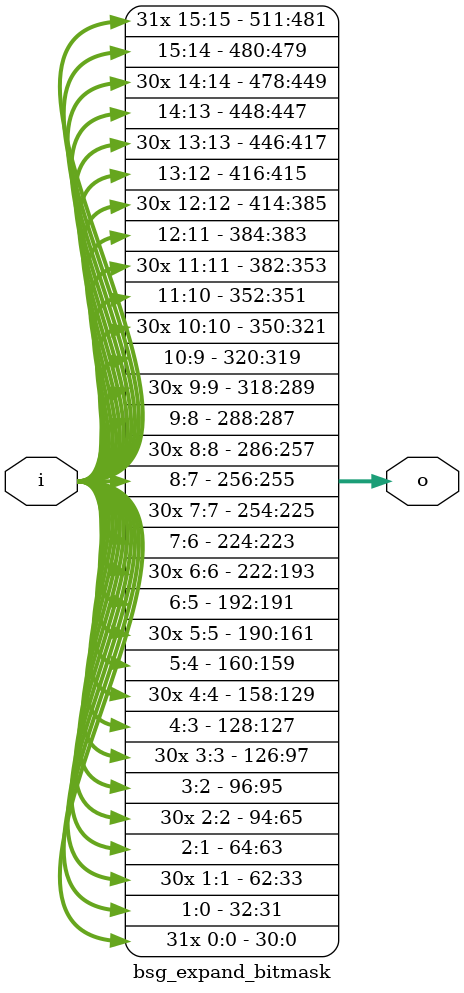
<source format=v>
module top(	// /tmp/tmp.HvYwdFjfrb/21480_UHDM-integration-tests_tests_bsg_bsg_micro_designs_results_bsg_expand_bitmask.json_gold.cleaned.mlir:2:3
  input  [15:0]  i,	// /tmp/tmp.HvYwdFjfrb/21480_UHDM-integration-tests_tests_bsg_bsg_micro_designs_results_bsg_expand_bitmask.json_gold.cleaned.mlir:2:21
  output [511:0] o	// /tmp/tmp.HvYwdFjfrb/21480_UHDM-integration-tests_tests_bsg_bsg_micro_designs_results_bsg_expand_bitmask.json_gold.cleaned.mlir:2:35
);

  bsg_expand_bitmask wrapper (	// /tmp/tmp.HvYwdFjfrb/21480_UHDM-integration-tests_tests_bsg_bsg_micro_designs_results_bsg_expand_bitmask.json_gold.cleaned.mlir:3:18
    .i (i),
    .o (o)
  );	// /tmp/tmp.HvYwdFjfrb/21480_UHDM-integration-tests_tests_bsg_bsg_micro_designs_results_bsg_expand_bitmask.json_gold.cleaned.mlir:3:18
endmodule

module bsg_expand_bitmask(	// /tmp/tmp.HvYwdFjfrb/21480_UHDM-integration-tests_tests_bsg_bsg_micro_designs_results_bsg_expand_bitmask.json_gold.cleaned.mlir:6:3
  input  [15:0]  i,	// /tmp/tmp.HvYwdFjfrb/21480_UHDM-integration-tests_tests_bsg_bsg_micro_designs_results_bsg_expand_bitmask.json_gold.cleaned.mlir:6:44
  output [511:0] o	// /tmp/tmp.HvYwdFjfrb/21480_UHDM-integration-tests_tests_bsg_bsg_micro_designs_results_bsg_expand_bitmask.json_gold.cleaned.mlir:6:58
);

  assign o =
    {{31{i[15]}},
     i[15:14],
     {30{i[14]}},
     i[14:13],
     {30{i[13]}},
     i[13:12],
     {30{i[12]}},
     i[12:11],
     {30{i[11]}},
     i[11:10],
     {30{i[10]}},
     i[10:9],
     {30{i[9]}},
     i[9:8],
     {30{i[8]}},
     i[8:7],
     {30{i[7]}},
     i[7:6],
     {30{i[6]}},
     i[6:5],
     {30{i[5]}},
     i[5:4],
     {30{i[4]}},
     i[4:3],
     {30{i[3]}},
     i[3:2],
     {30{i[2]}},
     i[2:1],
     {30{i[1]}},
     i[1:0],
     {31{i[0]}}};	// /tmp/tmp.HvYwdFjfrb/21480_UHDM-integration-tests_tests_bsg_bsg_micro_designs_results_bsg_expand_bitmask.json_gold.cleaned.mlir:7:10, :8:10, :9:10, :10:10, :11:10, :12:10, :13:10, :14:10, :15:10, :16:10, :17:11, :18:11, :19:11, :20:11, :21:11, :22:11, :23:11, :24:11, :25:11, :26:11, :27:11, :28:11, :29:11, :30:11, :31:11, :32:11, :33:11, :34:11, :35:11, :36:11, :37:11, :38:11, :39:5
endmodule


</source>
